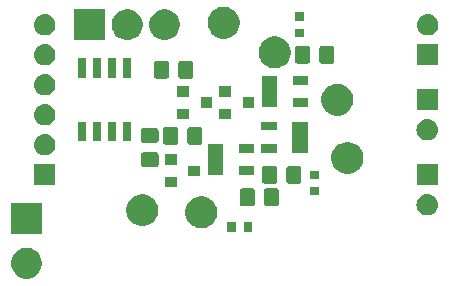
<source format=gbr>
G04 #@! TF.GenerationSoftware,KiCad,Pcbnew,(5.1.0)-1*
G04 #@! TF.CreationDate,2019-04-16T02:17:24+07:00*
G04 #@! TF.ProjectId,Bano,42616e6f-2e6b-4696-9361-645f70636258,rev?*
G04 #@! TF.SameCoordinates,Original*
G04 #@! TF.FileFunction,Soldermask,Top*
G04 #@! TF.FilePolarity,Negative*
%FSLAX46Y46*%
G04 Gerber Fmt 4.6, Leading zero omitted, Abs format (unit mm)*
G04 Created by KiCad (PCBNEW (5.1.0)-1) date 2019-04-16 02:17:24*
%MOMM*%
%LPD*%
G04 APERTURE LIST*
%ADD10C,0.100000*%
G04 APERTURE END LIST*
D10*
G36*
X63625393Y-63392304D02*
G01*
X63862101Y-63490352D01*
X63862103Y-63490353D01*
X64075135Y-63632696D01*
X64256304Y-63813865D01*
X64398647Y-64026897D01*
X64398648Y-64026899D01*
X64496696Y-64263607D01*
X64546680Y-64514893D01*
X64546680Y-64771107D01*
X64496696Y-65022393D01*
X64398648Y-65259101D01*
X64398647Y-65259103D01*
X64256304Y-65472135D01*
X64075135Y-65653304D01*
X63862103Y-65795647D01*
X63862102Y-65795648D01*
X63862101Y-65795648D01*
X63625393Y-65893696D01*
X63374107Y-65943680D01*
X63117893Y-65943680D01*
X62866607Y-65893696D01*
X62629899Y-65795648D01*
X62629898Y-65795648D01*
X62629897Y-65795647D01*
X62416865Y-65653304D01*
X62235696Y-65472135D01*
X62093353Y-65259103D01*
X62093352Y-65259101D01*
X61995304Y-65022393D01*
X61945320Y-64771107D01*
X61945320Y-64514893D01*
X61995304Y-64263607D01*
X62093352Y-64026899D01*
X62093353Y-64026897D01*
X62235696Y-63813865D01*
X62416865Y-63632696D01*
X62629897Y-63490353D01*
X62629899Y-63490352D01*
X62866607Y-63392304D01*
X63117893Y-63342320D01*
X63374107Y-63342320D01*
X63625393Y-63392304D01*
X63625393Y-63392304D01*
G37*
G36*
X64546680Y-62133680D02*
G01*
X61945320Y-62133680D01*
X61945320Y-59532320D01*
X64546680Y-59532320D01*
X64546680Y-62133680D01*
X64546680Y-62133680D01*
G37*
G36*
X80931000Y-61996000D02*
G01*
X80229000Y-61996000D01*
X80229000Y-61194000D01*
X80931000Y-61194000D01*
X80931000Y-61996000D01*
X80931000Y-61996000D01*
G37*
G36*
X82331000Y-61996000D02*
G01*
X81629000Y-61996000D01*
X81629000Y-61194000D01*
X82331000Y-61194000D01*
X82331000Y-61996000D01*
X82331000Y-61996000D01*
G37*
G36*
X78416026Y-59025918D02*
G01*
X78661893Y-59127759D01*
X78883166Y-59275610D01*
X79071344Y-59463788D01*
X79219180Y-59685038D01*
X79219196Y-59685063D01*
X79321036Y-59930928D01*
X79372954Y-60191937D01*
X79372954Y-60458063D01*
X79359352Y-60526443D01*
X79321036Y-60719072D01*
X79219195Y-60964939D01*
X79071344Y-61186212D01*
X78883166Y-61374390D01*
X78661893Y-61522241D01*
X78661892Y-61522242D01*
X78661891Y-61522242D01*
X78416026Y-61624082D01*
X78155017Y-61676000D01*
X77888891Y-61676000D01*
X77627882Y-61624082D01*
X77382017Y-61522242D01*
X77382016Y-61522242D01*
X77382015Y-61522241D01*
X77160742Y-61374390D01*
X76972564Y-61186212D01*
X76824713Y-60964939D01*
X76722872Y-60719072D01*
X76684556Y-60526443D01*
X76670954Y-60458063D01*
X76670954Y-60191937D01*
X76722872Y-59930928D01*
X76824712Y-59685063D01*
X76824729Y-59685038D01*
X76972564Y-59463788D01*
X77160742Y-59275610D01*
X77382015Y-59127759D01*
X77627882Y-59025918D01*
X77888891Y-58974000D01*
X78155017Y-58974000D01*
X78416026Y-59025918D01*
X78416026Y-59025918D01*
G37*
G36*
X73419072Y-58851421D02*
G01*
X73626213Y-58937221D01*
X73664939Y-58953262D01*
X73695975Y-58974000D01*
X73886211Y-59101112D01*
X74074391Y-59289292D01*
X74222242Y-59510566D01*
X74324082Y-59756431D01*
X74376000Y-60017440D01*
X74376000Y-60283566D01*
X74341290Y-60458063D01*
X74324082Y-60544575D01*
X74222241Y-60790442D01*
X74074390Y-61011715D01*
X73886212Y-61199893D01*
X73664939Y-61347744D01*
X73664938Y-61347745D01*
X73664937Y-61347745D01*
X73419072Y-61449585D01*
X73158063Y-61501503D01*
X72891937Y-61501503D01*
X72630928Y-61449585D01*
X72385063Y-61347745D01*
X72385062Y-61347745D01*
X72385061Y-61347744D01*
X72163788Y-61199893D01*
X71975610Y-61011715D01*
X71827759Y-60790442D01*
X71725918Y-60544575D01*
X71708710Y-60458063D01*
X71674000Y-60283566D01*
X71674000Y-60017440D01*
X71725918Y-59756431D01*
X71827758Y-59510566D01*
X71975609Y-59289292D01*
X72163789Y-59101112D01*
X72354025Y-58974000D01*
X72385061Y-58953262D01*
X72423788Y-58937221D01*
X72630928Y-58851421D01*
X72891937Y-58799503D01*
X73158063Y-58799503D01*
X73419072Y-58851421D01*
X73419072Y-58851421D01*
G37*
G36*
X97265442Y-58795518D02*
G01*
X97331627Y-58802037D01*
X97501466Y-58853557D01*
X97657991Y-58937222D01*
X97693729Y-58966552D01*
X97795186Y-59049814D01*
X97878448Y-59151271D01*
X97907778Y-59187009D01*
X97991443Y-59343534D01*
X98042963Y-59513373D01*
X98060359Y-59690000D01*
X98042963Y-59866627D01*
X97991443Y-60036466D01*
X97907778Y-60192991D01*
X97878448Y-60228729D01*
X97795186Y-60330186D01*
X97693729Y-60413448D01*
X97657991Y-60442778D01*
X97501466Y-60526443D01*
X97331627Y-60577963D01*
X97265443Y-60584481D01*
X97199260Y-60591000D01*
X97110740Y-60591000D01*
X97044557Y-60584481D01*
X96978373Y-60577963D01*
X96808534Y-60526443D01*
X96652009Y-60442778D01*
X96616271Y-60413448D01*
X96514814Y-60330186D01*
X96431552Y-60228729D01*
X96402222Y-60192991D01*
X96318557Y-60036466D01*
X96267037Y-59866627D01*
X96249641Y-59690000D01*
X96267037Y-59513373D01*
X96318557Y-59343534D01*
X96402222Y-59187009D01*
X96431552Y-59151271D01*
X96514814Y-59049814D01*
X96616271Y-58966552D01*
X96652009Y-58937222D01*
X96808534Y-58853557D01*
X96978373Y-58802037D01*
X97044558Y-58795518D01*
X97110740Y-58789000D01*
X97199260Y-58789000D01*
X97265442Y-58795518D01*
X97265442Y-58795518D01*
G37*
G36*
X82378674Y-58308465D02*
G01*
X82416367Y-58319899D01*
X82451103Y-58338466D01*
X82481548Y-58363452D01*
X82506534Y-58393897D01*
X82525101Y-58428633D01*
X82536535Y-58466326D01*
X82541000Y-58511661D01*
X82541000Y-59598339D01*
X82536535Y-59643674D01*
X82525101Y-59681367D01*
X82506534Y-59716103D01*
X82481548Y-59746548D01*
X82451103Y-59771534D01*
X82416367Y-59790101D01*
X82378674Y-59801535D01*
X82333339Y-59806000D01*
X81496661Y-59806000D01*
X81451326Y-59801535D01*
X81413633Y-59790101D01*
X81378897Y-59771534D01*
X81348452Y-59746548D01*
X81323466Y-59716103D01*
X81304899Y-59681367D01*
X81293465Y-59643674D01*
X81289000Y-59598339D01*
X81289000Y-58511661D01*
X81293465Y-58466326D01*
X81304899Y-58428633D01*
X81323466Y-58393897D01*
X81348452Y-58363452D01*
X81378897Y-58338466D01*
X81413633Y-58319899D01*
X81451326Y-58308465D01*
X81496661Y-58304000D01*
X82333339Y-58304000D01*
X82378674Y-58308465D01*
X82378674Y-58308465D01*
G37*
G36*
X84428674Y-58308465D02*
G01*
X84466367Y-58319899D01*
X84501103Y-58338466D01*
X84531548Y-58363452D01*
X84556534Y-58393897D01*
X84575101Y-58428633D01*
X84586535Y-58466326D01*
X84591000Y-58511661D01*
X84591000Y-59598339D01*
X84586535Y-59643674D01*
X84575101Y-59681367D01*
X84556534Y-59716103D01*
X84531548Y-59746548D01*
X84501103Y-59771534D01*
X84466367Y-59790101D01*
X84428674Y-59801535D01*
X84383339Y-59806000D01*
X83546661Y-59806000D01*
X83501326Y-59801535D01*
X83463633Y-59790101D01*
X83428897Y-59771534D01*
X83398452Y-59746548D01*
X83373466Y-59716103D01*
X83354899Y-59681367D01*
X83343465Y-59643674D01*
X83339000Y-59598339D01*
X83339000Y-58511661D01*
X83343465Y-58466326D01*
X83354899Y-58428633D01*
X83373466Y-58393897D01*
X83398452Y-58363452D01*
X83428897Y-58338466D01*
X83463633Y-58319899D01*
X83501326Y-58308465D01*
X83546661Y-58304000D01*
X84383339Y-58304000D01*
X84428674Y-58308465D01*
X84428674Y-58308465D01*
G37*
G36*
X88031000Y-58901000D02*
G01*
X87229000Y-58901000D01*
X87229000Y-58199000D01*
X88031000Y-58199000D01*
X88031000Y-58901000D01*
X88031000Y-58901000D01*
G37*
G36*
X75939000Y-58231000D02*
G01*
X74937000Y-58231000D01*
X74937000Y-57329000D01*
X75939000Y-57329000D01*
X75939000Y-58231000D01*
X75939000Y-58231000D01*
G37*
G36*
X98056000Y-58051000D02*
G01*
X96254000Y-58051000D01*
X96254000Y-56249000D01*
X98056000Y-56249000D01*
X98056000Y-58051000D01*
X98056000Y-58051000D01*
G37*
G36*
X65671000Y-58051000D02*
G01*
X63869000Y-58051000D01*
X63869000Y-56249000D01*
X65671000Y-56249000D01*
X65671000Y-58051000D01*
X65671000Y-58051000D01*
G37*
G36*
X86333674Y-56403465D02*
G01*
X86371367Y-56414899D01*
X86406103Y-56433466D01*
X86436548Y-56458452D01*
X86461534Y-56488897D01*
X86480101Y-56523633D01*
X86491535Y-56561326D01*
X86496000Y-56606661D01*
X86496000Y-57693339D01*
X86491535Y-57738674D01*
X86480101Y-57776367D01*
X86461534Y-57811103D01*
X86436548Y-57841548D01*
X86406103Y-57866534D01*
X86371367Y-57885101D01*
X86333674Y-57896535D01*
X86288339Y-57901000D01*
X85451661Y-57901000D01*
X85406326Y-57896535D01*
X85368633Y-57885101D01*
X85333897Y-57866534D01*
X85303452Y-57841548D01*
X85278466Y-57811103D01*
X85259899Y-57776367D01*
X85248465Y-57738674D01*
X85244000Y-57693339D01*
X85244000Y-56606661D01*
X85248465Y-56561326D01*
X85259899Y-56523633D01*
X85278466Y-56488897D01*
X85303452Y-56458452D01*
X85333897Y-56433466D01*
X85368633Y-56414899D01*
X85406326Y-56403465D01*
X85451661Y-56399000D01*
X86288339Y-56399000D01*
X86333674Y-56403465D01*
X86333674Y-56403465D01*
G37*
G36*
X84283674Y-56403465D02*
G01*
X84321367Y-56414899D01*
X84356103Y-56433466D01*
X84386548Y-56458452D01*
X84411534Y-56488897D01*
X84430101Y-56523633D01*
X84441535Y-56561326D01*
X84446000Y-56606661D01*
X84446000Y-57693339D01*
X84441535Y-57738674D01*
X84430101Y-57776367D01*
X84411534Y-57811103D01*
X84386548Y-57841548D01*
X84356103Y-57866534D01*
X84321367Y-57885101D01*
X84283674Y-57896535D01*
X84238339Y-57901000D01*
X83401661Y-57901000D01*
X83356326Y-57896535D01*
X83318633Y-57885101D01*
X83283897Y-57866534D01*
X83253452Y-57841548D01*
X83228466Y-57811103D01*
X83209899Y-57776367D01*
X83198465Y-57738674D01*
X83194000Y-57693339D01*
X83194000Y-56606661D01*
X83198465Y-56561326D01*
X83209899Y-56523633D01*
X83228466Y-56488897D01*
X83253452Y-56458452D01*
X83283897Y-56433466D01*
X83318633Y-56414899D01*
X83356326Y-56403465D01*
X83401661Y-56399000D01*
X84238339Y-56399000D01*
X84283674Y-56403465D01*
X84283674Y-56403465D01*
G37*
G36*
X88031000Y-57501000D02*
G01*
X87229000Y-57501000D01*
X87229000Y-56799000D01*
X88031000Y-56799000D01*
X88031000Y-57501000D01*
X88031000Y-57501000D01*
G37*
G36*
X77939000Y-57281000D02*
G01*
X76937000Y-57281000D01*
X76937000Y-56379000D01*
X77939000Y-56379000D01*
X77939000Y-57281000D01*
X77939000Y-57281000D01*
G37*
G36*
X79909000Y-57206000D02*
G01*
X78587000Y-57206000D01*
X78587000Y-54554000D01*
X79909000Y-54554000D01*
X79909000Y-57206000D01*
X79909000Y-57206000D01*
G37*
G36*
X82529000Y-57206000D02*
G01*
X81207000Y-57206000D01*
X81207000Y-56454000D01*
X82529000Y-56454000D01*
X82529000Y-57206000D01*
X82529000Y-57206000D01*
G37*
G36*
X90797313Y-54424957D02*
G01*
X91000461Y-54509103D01*
X91043180Y-54526798D01*
X91083890Y-54554000D01*
X91264452Y-54674648D01*
X91452632Y-54862828D01*
X91600483Y-55084102D01*
X91702323Y-55329967D01*
X91754241Y-55590976D01*
X91754241Y-55857102D01*
X91702323Y-56118111D01*
X91611250Y-56337983D01*
X91600482Y-56363978D01*
X91588863Y-56381367D01*
X91468618Y-56561326D01*
X91452631Y-56585251D01*
X91264453Y-56773429D01*
X91043180Y-56921280D01*
X91043179Y-56921281D01*
X91043178Y-56921281D01*
X90797313Y-57023121D01*
X90536304Y-57075039D01*
X90270178Y-57075039D01*
X90009169Y-57023121D01*
X89763304Y-56921281D01*
X89763303Y-56921281D01*
X89763302Y-56921280D01*
X89542029Y-56773429D01*
X89353851Y-56585251D01*
X89337865Y-56561326D01*
X89217619Y-56381367D01*
X89206000Y-56363978D01*
X89195233Y-56337983D01*
X89104159Y-56118111D01*
X89052241Y-55857102D01*
X89052241Y-55590976D01*
X89104159Y-55329967D01*
X89205999Y-55084102D01*
X89353850Y-54862828D01*
X89542030Y-54674648D01*
X89722592Y-54554000D01*
X89763302Y-54526798D01*
X89806022Y-54509103D01*
X90009169Y-54424957D01*
X90270178Y-54373039D01*
X90536304Y-54373039D01*
X90797313Y-54424957D01*
X90797313Y-54424957D01*
G37*
G36*
X74248674Y-55258465D02*
G01*
X74286367Y-55269899D01*
X74321103Y-55288466D01*
X74351548Y-55313452D01*
X74376534Y-55343897D01*
X74395101Y-55378633D01*
X74406535Y-55416326D01*
X74411000Y-55461661D01*
X74411000Y-56298339D01*
X74406535Y-56343674D01*
X74395101Y-56381367D01*
X74376534Y-56416103D01*
X74351548Y-56446548D01*
X74321103Y-56471534D01*
X74286367Y-56490101D01*
X74248674Y-56501535D01*
X74203339Y-56506000D01*
X73116661Y-56506000D01*
X73071326Y-56501535D01*
X73033633Y-56490101D01*
X72998897Y-56471534D01*
X72968452Y-56446548D01*
X72943466Y-56416103D01*
X72924899Y-56381367D01*
X72913465Y-56343674D01*
X72909000Y-56298339D01*
X72909000Y-55461661D01*
X72913465Y-55416326D01*
X72924899Y-55378633D01*
X72943466Y-55343897D01*
X72968452Y-55313452D01*
X72998897Y-55288466D01*
X73033633Y-55269899D01*
X73071326Y-55258465D01*
X73116661Y-55254000D01*
X74203339Y-55254000D01*
X74248674Y-55258465D01*
X74248674Y-55258465D01*
G37*
G36*
X75939000Y-56331000D02*
G01*
X74937000Y-56331000D01*
X74937000Y-55429000D01*
X75939000Y-55429000D01*
X75939000Y-56331000D01*
X75939000Y-56331000D01*
G37*
G36*
X64880442Y-53715518D02*
G01*
X64946627Y-53722037D01*
X65116466Y-53773557D01*
X65272991Y-53857222D01*
X65308729Y-53886552D01*
X65410186Y-53969814D01*
X65493448Y-54071271D01*
X65522778Y-54107009D01*
X65606443Y-54263534D01*
X65657963Y-54433373D01*
X65675359Y-54610000D01*
X65657963Y-54786627D01*
X65606443Y-54956466D01*
X65522778Y-55112991D01*
X65493448Y-55148729D01*
X65410186Y-55250186D01*
X65312971Y-55329967D01*
X65272991Y-55362778D01*
X65243329Y-55378633D01*
X65162164Y-55422017D01*
X65116466Y-55446443D01*
X64946627Y-55497963D01*
X64885331Y-55504000D01*
X64814260Y-55511000D01*
X64725740Y-55511000D01*
X64654669Y-55504000D01*
X64593373Y-55497963D01*
X64423534Y-55446443D01*
X64377837Y-55422017D01*
X64296671Y-55378633D01*
X64267009Y-55362778D01*
X64227029Y-55329967D01*
X64129814Y-55250186D01*
X64046552Y-55148729D01*
X64017222Y-55112991D01*
X63933557Y-54956466D01*
X63882037Y-54786627D01*
X63864641Y-54610000D01*
X63882037Y-54433373D01*
X63933557Y-54263534D01*
X64017222Y-54107009D01*
X64046552Y-54071271D01*
X64129814Y-53969814D01*
X64231271Y-53886552D01*
X64267009Y-53857222D01*
X64423534Y-53773557D01*
X64593373Y-53722037D01*
X64659558Y-53715518D01*
X64725740Y-53709000D01*
X64814260Y-53709000D01*
X64880442Y-53715518D01*
X64880442Y-53715518D01*
G37*
G36*
X82529000Y-55306000D02*
G01*
X81207000Y-55306000D01*
X81207000Y-54554000D01*
X82529000Y-54554000D01*
X82529000Y-55306000D01*
X82529000Y-55306000D01*
G37*
G36*
X87061000Y-55301000D02*
G01*
X85739000Y-55301000D01*
X85739000Y-52649000D01*
X87061000Y-52649000D01*
X87061000Y-55301000D01*
X87061000Y-55301000D01*
G37*
G36*
X84441000Y-55301000D02*
G01*
X83119000Y-55301000D01*
X83119000Y-54549000D01*
X84441000Y-54549000D01*
X84441000Y-55301000D01*
X84441000Y-55301000D01*
G37*
G36*
X77951674Y-53101465D02*
G01*
X77989367Y-53112899D01*
X78024103Y-53131466D01*
X78054548Y-53156452D01*
X78079534Y-53186897D01*
X78098101Y-53221633D01*
X78109535Y-53259326D01*
X78114000Y-53304661D01*
X78114000Y-54391339D01*
X78109535Y-54436674D01*
X78098101Y-54474367D01*
X78079534Y-54509103D01*
X78054548Y-54539548D01*
X78024103Y-54564534D01*
X77989367Y-54583101D01*
X77951674Y-54594535D01*
X77906339Y-54599000D01*
X77069661Y-54599000D01*
X77024326Y-54594535D01*
X76986633Y-54583101D01*
X76951897Y-54564534D01*
X76921452Y-54539548D01*
X76896466Y-54509103D01*
X76877899Y-54474367D01*
X76866465Y-54436674D01*
X76862000Y-54391339D01*
X76862000Y-53304661D01*
X76866465Y-53259326D01*
X76877899Y-53221633D01*
X76896466Y-53186897D01*
X76921452Y-53156452D01*
X76951897Y-53131466D01*
X76986633Y-53112899D01*
X77024326Y-53101465D01*
X77069661Y-53097000D01*
X77906339Y-53097000D01*
X77951674Y-53101465D01*
X77951674Y-53101465D01*
G37*
G36*
X75901674Y-53101465D02*
G01*
X75939367Y-53112899D01*
X75974103Y-53131466D01*
X76004548Y-53156452D01*
X76029534Y-53186897D01*
X76048101Y-53221633D01*
X76059535Y-53259326D01*
X76064000Y-53304661D01*
X76064000Y-54391339D01*
X76059535Y-54436674D01*
X76048101Y-54474367D01*
X76029534Y-54509103D01*
X76004548Y-54539548D01*
X75974103Y-54564534D01*
X75939367Y-54583101D01*
X75901674Y-54594535D01*
X75856339Y-54599000D01*
X75019661Y-54599000D01*
X74974326Y-54594535D01*
X74936633Y-54583101D01*
X74901897Y-54564534D01*
X74871452Y-54539548D01*
X74846466Y-54509103D01*
X74827899Y-54474367D01*
X74816465Y-54436674D01*
X74812000Y-54391339D01*
X74812000Y-53304661D01*
X74816465Y-53259326D01*
X74827899Y-53221633D01*
X74846466Y-53186897D01*
X74871452Y-53156452D01*
X74901897Y-53131466D01*
X74936633Y-53112899D01*
X74974326Y-53101465D01*
X75019661Y-53097000D01*
X75856339Y-53097000D01*
X75901674Y-53101465D01*
X75901674Y-53101465D01*
G37*
G36*
X74248674Y-53208465D02*
G01*
X74286367Y-53219899D01*
X74321103Y-53238466D01*
X74351548Y-53263452D01*
X74376534Y-53293897D01*
X74395101Y-53328633D01*
X74406535Y-53366326D01*
X74411000Y-53411661D01*
X74411000Y-54248339D01*
X74406535Y-54293674D01*
X74395101Y-54331367D01*
X74376534Y-54366103D01*
X74351548Y-54396548D01*
X74321103Y-54421534D01*
X74286367Y-54440101D01*
X74248674Y-54451535D01*
X74203339Y-54456000D01*
X73116661Y-54456000D01*
X73071326Y-54451535D01*
X73033633Y-54440101D01*
X72998897Y-54421534D01*
X72968452Y-54396548D01*
X72943466Y-54366103D01*
X72924899Y-54331367D01*
X72913465Y-54293674D01*
X72909000Y-54248339D01*
X72909000Y-53411661D01*
X72913465Y-53366326D01*
X72924899Y-53328633D01*
X72943466Y-53293897D01*
X72968452Y-53263452D01*
X72998897Y-53238466D01*
X73033633Y-53219899D01*
X73071326Y-53208465D01*
X73116661Y-53204000D01*
X74203339Y-53204000D01*
X74248674Y-53208465D01*
X74248674Y-53208465D01*
G37*
G36*
X69566000Y-54326000D02*
G01*
X68864000Y-54326000D01*
X68864000Y-52674000D01*
X69566000Y-52674000D01*
X69566000Y-54326000D01*
X69566000Y-54326000D01*
G37*
G36*
X72106000Y-54326000D02*
G01*
X71404000Y-54326000D01*
X71404000Y-52674000D01*
X72106000Y-52674000D01*
X72106000Y-54326000D01*
X72106000Y-54326000D01*
G37*
G36*
X70836000Y-54326000D02*
G01*
X70134000Y-54326000D01*
X70134000Y-52674000D01*
X70836000Y-52674000D01*
X70836000Y-54326000D01*
X70836000Y-54326000D01*
G37*
G36*
X68296000Y-54326000D02*
G01*
X67594000Y-54326000D01*
X67594000Y-52674000D01*
X68296000Y-52674000D01*
X68296000Y-54326000D01*
X68296000Y-54326000D01*
G37*
G36*
X97265443Y-52445519D02*
G01*
X97331627Y-52452037D01*
X97501466Y-52503557D01*
X97657991Y-52587222D01*
X97693729Y-52616552D01*
X97795186Y-52699814D01*
X97878448Y-52801271D01*
X97907778Y-52837009D01*
X97991443Y-52993534D01*
X98042963Y-53163373D01*
X98060359Y-53340000D01*
X98042963Y-53516627D01*
X97991443Y-53686466D01*
X97907778Y-53842991D01*
X97878448Y-53878729D01*
X97795186Y-53980186D01*
X97693729Y-54063448D01*
X97657991Y-54092778D01*
X97501466Y-54176443D01*
X97331627Y-54227963D01*
X97265442Y-54234482D01*
X97199260Y-54241000D01*
X97110740Y-54241000D01*
X97044558Y-54234482D01*
X96978373Y-54227963D01*
X96808534Y-54176443D01*
X96652009Y-54092778D01*
X96616271Y-54063448D01*
X96514814Y-53980186D01*
X96431552Y-53878729D01*
X96402222Y-53842991D01*
X96318557Y-53686466D01*
X96267037Y-53516627D01*
X96249641Y-53340000D01*
X96267037Y-53163373D01*
X96318557Y-52993534D01*
X96402222Y-52837009D01*
X96431552Y-52801271D01*
X96514814Y-52699814D01*
X96616271Y-52616552D01*
X96652009Y-52587222D01*
X96808534Y-52503557D01*
X96978373Y-52452037D01*
X97044558Y-52445518D01*
X97110740Y-52439000D01*
X97199260Y-52439000D01*
X97265443Y-52445519D01*
X97265443Y-52445519D01*
G37*
G36*
X84441000Y-53401000D02*
G01*
X83119000Y-53401000D01*
X83119000Y-52649000D01*
X84441000Y-52649000D01*
X84441000Y-53401000D01*
X84441000Y-53401000D01*
G37*
G36*
X64880443Y-51175519D02*
G01*
X64946627Y-51182037D01*
X65116466Y-51233557D01*
X65272991Y-51317222D01*
X65308729Y-51346552D01*
X65410186Y-51429814D01*
X65493448Y-51531271D01*
X65522778Y-51567009D01*
X65606443Y-51723534D01*
X65657963Y-51893373D01*
X65675359Y-52070000D01*
X65657963Y-52246627D01*
X65606443Y-52416466D01*
X65522778Y-52572991D01*
X65493448Y-52608729D01*
X65410186Y-52710186D01*
X65308729Y-52793448D01*
X65272991Y-52822778D01*
X65116466Y-52906443D01*
X64946627Y-52957963D01*
X64880442Y-52964482D01*
X64814260Y-52971000D01*
X64725740Y-52971000D01*
X64659558Y-52964482D01*
X64593373Y-52957963D01*
X64423534Y-52906443D01*
X64267009Y-52822778D01*
X64231271Y-52793448D01*
X64129814Y-52710186D01*
X64046552Y-52608729D01*
X64017222Y-52572991D01*
X63933557Y-52416466D01*
X63882037Y-52246627D01*
X63864641Y-52070000D01*
X63882037Y-51893373D01*
X63933557Y-51723534D01*
X64017222Y-51567009D01*
X64046552Y-51531271D01*
X64129814Y-51429814D01*
X64231271Y-51346552D01*
X64267009Y-51317222D01*
X64423534Y-51233557D01*
X64593373Y-51182037D01*
X64659557Y-51175519D01*
X64725740Y-51169000D01*
X64814260Y-51169000D01*
X64880443Y-51175519D01*
X64880443Y-51175519D01*
G37*
G36*
X80527000Y-52455000D02*
G01*
X79525000Y-52455000D01*
X79525000Y-51553000D01*
X80527000Y-51553000D01*
X80527000Y-52455000D01*
X80527000Y-52455000D01*
G37*
G36*
X76971000Y-52455000D02*
G01*
X75969000Y-52455000D01*
X75969000Y-51553000D01*
X76971000Y-51553000D01*
X76971000Y-52455000D01*
X76971000Y-52455000D01*
G37*
G36*
X89929072Y-49500918D02*
G01*
X89999283Y-49530000D01*
X90174939Y-49602759D01*
X90250129Y-49653000D01*
X90396211Y-49750609D01*
X90584391Y-49938789D01*
X90732242Y-50160063D01*
X90834082Y-50405928D01*
X90886000Y-50666937D01*
X90886000Y-50933063D01*
X90834082Y-51194072D01*
X90736435Y-51429815D01*
X90732241Y-51439939D01*
X90584390Y-51661212D01*
X90396212Y-51849390D01*
X90174939Y-51997241D01*
X90174938Y-51997242D01*
X90174937Y-51997242D01*
X89929072Y-52099082D01*
X89668063Y-52151000D01*
X89401937Y-52151000D01*
X89140928Y-52099082D01*
X88895063Y-51997242D01*
X88895062Y-51997242D01*
X88895061Y-51997241D01*
X88673788Y-51849390D01*
X88485610Y-51661212D01*
X88337759Y-51439939D01*
X88333566Y-51429815D01*
X88235918Y-51194072D01*
X88184000Y-50933063D01*
X88184000Y-50666937D01*
X88235918Y-50405928D01*
X88337758Y-50160063D01*
X88485609Y-49938789D01*
X88673789Y-49750609D01*
X88819871Y-49653000D01*
X88895061Y-49602759D01*
X89070718Y-49530000D01*
X89140928Y-49500918D01*
X89401937Y-49449000D01*
X89668063Y-49449000D01*
X89929072Y-49500918D01*
X89929072Y-49500918D01*
G37*
G36*
X98056000Y-51701000D02*
G01*
X96254000Y-51701000D01*
X96254000Y-49899000D01*
X98056000Y-49899000D01*
X98056000Y-51701000D01*
X98056000Y-51701000D01*
G37*
G36*
X78971000Y-51505000D02*
G01*
X77969000Y-51505000D01*
X77969000Y-50603000D01*
X78971000Y-50603000D01*
X78971000Y-51505000D01*
X78971000Y-51505000D01*
G37*
G36*
X82527000Y-51505000D02*
G01*
X81525000Y-51505000D01*
X81525000Y-50603000D01*
X82527000Y-50603000D01*
X82527000Y-51505000D01*
X82527000Y-51505000D01*
G37*
G36*
X84481000Y-51430000D02*
G01*
X83159000Y-51430000D01*
X83159000Y-48778000D01*
X84481000Y-48778000D01*
X84481000Y-51430000D01*
X84481000Y-51430000D01*
G37*
G36*
X87101000Y-51430000D02*
G01*
X85779000Y-51430000D01*
X85779000Y-50678000D01*
X87101000Y-50678000D01*
X87101000Y-51430000D01*
X87101000Y-51430000D01*
G37*
G36*
X80527000Y-50555000D02*
G01*
X79525000Y-50555000D01*
X79525000Y-49653000D01*
X80527000Y-49653000D01*
X80527000Y-50555000D01*
X80527000Y-50555000D01*
G37*
G36*
X76971000Y-50555000D02*
G01*
X75969000Y-50555000D01*
X75969000Y-49653000D01*
X76971000Y-49653000D01*
X76971000Y-50555000D01*
X76971000Y-50555000D01*
G37*
G36*
X64880443Y-48635519D02*
G01*
X64946627Y-48642037D01*
X65116466Y-48693557D01*
X65272991Y-48777222D01*
X65304814Y-48803339D01*
X65410186Y-48889814D01*
X65471996Y-48965131D01*
X65522778Y-49027009D01*
X65606443Y-49183534D01*
X65657963Y-49353373D01*
X65675359Y-49530000D01*
X65657963Y-49706627D01*
X65606443Y-49876466D01*
X65522778Y-50032991D01*
X65493448Y-50068729D01*
X65410186Y-50170186D01*
X65308729Y-50253448D01*
X65272991Y-50282778D01*
X65116466Y-50366443D01*
X64946627Y-50417963D01*
X64880443Y-50424481D01*
X64814260Y-50431000D01*
X64725740Y-50431000D01*
X64659558Y-50424482D01*
X64593373Y-50417963D01*
X64423534Y-50366443D01*
X64267009Y-50282778D01*
X64231271Y-50253448D01*
X64129814Y-50170186D01*
X64046552Y-50068729D01*
X64017222Y-50032991D01*
X63933557Y-49876466D01*
X63882037Y-49706627D01*
X63864641Y-49530000D01*
X63882037Y-49353373D01*
X63933557Y-49183534D01*
X64017222Y-49027009D01*
X64068004Y-48965131D01*
X64129814Y-48889814D01*
X64235186Y-48803339D01*
X64267009Y-48777222D01*
X64423534Y-48693557D01*
X64593373Y-48642037D01*
X64659557Y-48635519D01*
X64725740Y-48629000D01*
X64814260Y-48629000D01*
X64880443Y-48635519D01*
X64880443Y-48635519D01*
G37*
G36*
X87101000Y-49530000D02*
G01*
X85779000Y-49530000D01*
X85779000Y-48778000D01*
X87101000Y-48778000D01*
X87101000Y-49530000D01*
X87101000Y-49530000D01*
G37*
G36*
X75130674Y-47513465D02*
G01*
X75168367Y-47524899D01*
X75203103Y-47543466D01*
X75233548Y-47568452D01*
X75258534Y-47598897D01*
X75277101Y-47633633D01*
X75288535Y-47671326D01*
X75293000Y-47716661D01*
X75293000Y-48803339D01*
X75288535Y-48848674D01*
X75277101Y-48886367D01*
X75258534Y-48921103D01*
X75233548Y-48951548D01*
X75203103Y-48976534D01*
X75168367Y-48995101D01*
X75130674Y-49006535D01*
X75085339Y-49011000D01*
X74248661Y-49011000D01*
X74203326Y-49006535D01*
X74165633Y-48995101D01*
X74130897Y-48976534D01*
X74100452Y-48951548D01*
X74075466Y-48921103D01*
X74056899Y-48886367D01*
X74045465Y-48848674D01*
X74041000Y-48803339D01*
X74041000Y-47716661D01*
X74045465Y-47671326D01*
X74056899Y-47633633D01*
X74075466Y-47598897D01*
X74100452Y-47568452D01*
X74130897Y-47543466D01*
X74165633Y-47524899D01*
X74203326Y-47513465D01*
X74248661Y-47509000D01*
X75085339Y-47509000D01*
X75130674Y-47513465D01*
X75130674Y-47513465D01*
G37*
G36*
X77180674Y-47513465D02*
G01*
X77218367Y-47524899D01*
X77253103Y-47543466D01*
X77283548Y-47568452D01*
X77308534Y-47598897D01*
X77327101Y-47633633D01*
X77338535Y-47671326D01*
X77343000Y-47716661D01*
X77343000Y-48803339D01*
X77338535Y-48848674D01*
X77327101Y-48886367D01*
X77308534Y-48921103D01*
X77283548Y-48951548D01*
X77253103Y-48976534D01*
X77218367Y-48995101D01*
X77180674Y-49006535D01*
X77135339Y-49011000D01*
X76298661Y-49011000D01*
X76253326Y-49006535D01*
X76215633Y-48995101D01*
X76180897Y-48976534D01*
X76150452Y-48951548D01*
X76125466Y-48921103D01*
X76106899Y-48886367D01*
X76095465Y-48848674D01*
X76091000Y-48803339D01*
X76091000Y-47716661D01*
X76095465Y-47671326D01*
X76106899Y-47633633D01*
X76125466Y-47598897D01*
X76150452Y-47568452D01*
X76180897Y-47543466D01*
X76215633Y-47524899D01*
X76253326Y-47513465D01*
X76298661Y-47509000D01*
X77135339Y-47509000D01*
X77180674Y-47513465D01*
X77180674Y-47513465D01*
G37*
G36*
X68296000Y-48926000D02*
G01*
X67594000Y-48926000D01*
X67594000Y-47274000D01*
X68296000Y-47274000D01*
X68296000Y-48926000D01*
X68296000Y-48926000D01*
G37*
G36*
X72106000Y-48926000D02*
G01*
X71404000Y-48926000D01*
X71404000Y-47274000D01*
X72106000Y-47274000D01*
X72106000Y-48926000D01*
X72106000Y-48926000D01*
G37*
G36*
X70836000Y-48926000D02*
G01*
X70134000Y-48926000D01*
X70134000Y-47274000D01*
X70836000Y-47274000D01*
X70836000Y-48926000D01*
X70836000Y-48926000D01*
G37*
G36*
X69566000Y-48926000D02*
G01*
X68864000Y-48926000D01*
X68864000Y-47274000D01*
X69566000Y-47274000D01*
X69566000Y-48926000D01*
X69566000Y-48926000D01*
G37*
G36*
X84649072Y-45490918D02*
G01*
X84894939Y-45592759D01*
X84967136Y-45641000D01*
X85116211Y-45740609D01*
X85304391Y-45928789D01*
X85452242Y-46150063D01*
X85554082Y-46395928D01*
X85603334Y-46643532D01*
X85606000Y-46656938D01*
X85606000Y-46923062D01*
X85554082Y-47184072D01*
X85452241Y-47429939D01*
X85410112Y-47492989D01*
X85346148Y-47588718D01*
X85304390Y-47651212D01*
X85116212Y-47839390D01*
X84894939Y-47987241D01*
X84894938Y-47987242D01*
X84894937Y-47987242D01*
X84649072Y-48089082D01*
X84388063Y-48141000D01*
X84121937Y-48141000D01*
X83860928Y-48089082D01*
X83615063Y-47987242D01*
X83615062Y-47987242D01*
X83615061Y-47987241D01*
X83393788Y-47839390D01*
X83205610Y-47651212D01*
X83163853Y-47588718D01*
X83099888Y-47492989D01*
X83057759Y-47429939D01*
X82955918Y-47184072D01*
X82904000Y-46923062D01*
X82904000Y-46656938D01*
X82906667Y-46643532D01*
X82955918Y-46395928D01*
X83057758Y-46150063D01*
X83205609Y-45928789D01*
X83393789Y-45740609D01*
X83542864Y-45641000D01*
X83615061Y-45592759D01*
X83860928Y-45490918D01*
X84121937Y-45439000D01*
X84388063Y-45439000D01*
X84649072Y-45490918D01*
X84649072Y-45490918D01*
G37*
G36*
X64880442Y-46095518D02*
G01*
X64946627Y-46102037D01*
X65116466Y-46153557D01*
X65272991Y-46237222D01*
X65281530Y-46244230D01*
X65410186Y-46349814D01*
X65489665Y-46446661D01*
X65522778Y-46487009D01*
X65606443Y-46643534D01*
X65657963Y-46813373D01*
X65675359Y-46990000D01*
X65657963Y-47166627D01*
X65606443Y-47336466D01*
X65522778Y-47492991D01*
X65505975Y-47513465D01*
X65410186Y-47630186D01*
X65331049Y-47695131D01*
X65272991Y-47742778D01*
X65116466Y-47826443D01*
X64946627Y-47877963D01*
X64880443Y-47884481D01*
X64814260Y-47891000D01*
X64725740Y-47891000D01*
X64659557Y-47884481D01*
X64593373Y-47877963D01*
X64423534Y-47826443D01*
X64267009Y-47742778D01*
X64208951Y-47695131D01*
X64129814Y-47630186D01*
X64034025Y-47513465D01*
X64017222Y-47492991D01*
X63933557Y-47336466D01*
X63882037Y-47166627D01*
X63864641Y-46990000D01*
X63882037Y-46813373D01*
X63933557Y-46643534D01*
X64017222Y-46487009D01*
X64050335Y-46446661D01*
X64129814Y-46349814D01*
X64258470Y-46244230D01*
X64267009Y-46237222D01*
X64423534Y-46153557D01*
X64593373Y-46102037D01*
X64659558Y-46095518D01*
X64725740Y-46089000D01*
X64814260Y-46089000D01*
X64880442Y-46095518D01*
X64880442Y-46095518D01*
G37*
G36*
X98106000Y-47891000D02*
G01*
X96304000Y-47891000D01*
X96304000Y-46089000D01*
X98106000Y-46089000D01*
X98106000Y-47891000D01*
X98106000Y-47891000D01*
G37*
G36*
X87068674Y-46243465D02*
G01*
X87106367Y-46254899D01*
X87141103Y-46273466D01*
X87171548Y-46298452D01*
X87196534Y-46328897D01*
X87215101Y-46363633D01*
X87226535Y-46401326D01*
X87231000Y-46446661D01*
X87231000Y-47533339D01*
X87226535Y-47578674D01*
X87215101Y-47616367D01*
X87196534Y-47651103D01*
X87171548Y-47681548D01*
X87141103Y-47706534D01*
X87106367Y-47725101D01*
X87068674Y-47736535D01*
X87023339Y-47741000D01*
X86186661Y-47741000D01*
X86141326Y-47736535D01*
X86103633Y-47725101D01*
X86068897Y-47706534D01*
X86038452Y-47681548D01*
X86013466Y-47651103D01*
X85994899Y-47616367D01*
X85983465Y-47578674D01*
X85979000Y-47533339D01*
X85979000Y-46446661D01*
X85983465Y-46401326D01*
X85994899Y-46363633D01*
X86013466Y-46328897D01*
X86038452Y-46298452D01*
X86068897Y-46273466D01*
X86103633Y-46254899D01*
X86141326Y-46243465D01*
X86186661Y-46239000D01*
X87023339Y-46239000D01*
X87068674Y-46243465D01*
X87068674Y-46243465D01*
G37*
G36*
X89118674Y-46243465D02*
G01*
X89156367Y-46254899D01*
X89191103Y-46273466D01*
X89221548Y-46298452D01*
X89246534Y-46328897D01*
X89265101Y-46363633D01*
X89276535Y-46401326D01*
X89281000Y-46446661D01*
X89281000Y-47533339D01*
X89276535Y-47578674D01*
X89265101Y-47616367D01*
X89246534Y-47651103D01*
X89221548Y-47681548D01*
X89191103Y-47706534D01*
X89156367Y-47725101D01*
X89118674Y-47736535D01*
X89073339Y-47741000D01*
X88236661Y-47741000D01*
X88191326Y-47736535D01*
X88153633Y-47725101D01*
X88118897Y-47706534D01*
X88088452Y-47681548D01*
X88063466Y-47651103D01*
X88044899Y-47616367D01*
X88033465Y-47578674D01*
X88029000Y-47533339D01*
X88029000Y-46446661D01*
X88033465Y-46401326D01*
X88044899Y-46363633D01*
X88063466Y-46328897D01*
X88088452Y-46298452D01*
X88118897Y-46273466D01*
X88153633Y-46254899D01*
X88191326Y-46243465D01*
X88236661Y-46239000D01*
X89073339Y-46239000D01*
X89118674Y-46243465D01*
X89118674Y-46243465D01*
G37*
G36*
X69880680Y-45750680D02*
G01*
X67279320Y-45750680D01*
X67279320Y-43149320D01*
X69880680Y-43149320D01*
X69880680Y-45750680D01*
X69880680Y-45750680D01*
G37*
G36*
X72134393Y-43199304D02*
G01*
X72371101Y-43297352D01*
X72371103Y-43297353D01*
X72584135Y-43439696D01*
X72765304Y-43620865D01*
X72891555Y-43809814D01*
X72907648Y-43833899D01*
X73005696Y-44070607D01*
X73055680Y-44321893D01*
X73055680Y-44578107D01*
X73005696Y-44829393D01*
X72907648Y-45066101D01*
X72907647Y-45066103D01*
X72765304Y-45279135D01*
X72584135Y-45460304D01*
X72371103Y-45602647D01*
X72371102Y-45602648D01*
X72371101Y-45602648D01*
X72134393Y-45700696D01*
X71883107Y-45750680D01*
X71626893Y-45750680D01*
X71375607Y-45700696D01*
X71138899Y-45602648D01*
X71138898Y-45602648D01*
X71138897Y-45602647D01*
X70925865Y-45460304D01*
X70744696Y-45279135D01*
X70602353Y-45066103D01*
X70602352Y-45066101D01*
X70504304Y-44829393D01*
X70454320Y-44578107D01*
X70454320Y-44321893D01*
X70504304Y-44070607D01*
X70602352Y-43833899D01*
X70618445Y-43809814D01*
X70744696Y-43620865D01*
X70925865Y-43439696D01*
X71138897Y-43297353D01*
X71138899Y-43297352D01*
X71375607Y-43199304D01*
X71626893Y-43149320D01*
X71883107Y-43149320D01*
X72134393Y-43199304D01*
X72134393Y-43199304D01*
G37*
G36*
X75309393Y-43199304D02*
G01*
X75546101Y-43297352D01*
X75546103Y-43297353D01*
X75759135Y-43439696D01*
X75940304Y-43620865D01*
X76066555Y-43809814D01*
X76082648Y-43833899D01*
X76180696Y-44070607D01*
X76230680Y-44321893D01*
X76230680Y-44578107D01*
X76180696Y-44829393D01*
X76082648Y-45066101D01*
X76082647Y-45066103D01*
X75940304Y-45279135D01*
X75759135Y-45460304D01*
X75546103Y-45602647D01*
X75546102Y-45602648D01*
X75546101Y-45602648D01*
X75309393Y-45700696D01*
X75058107Y-45750680D01*
X74801893Y-45750680D01*
X74550607Y-45700696D01*
X74313899Y-45602648D01*
X74313898Y-45602648D01*
X74313897Y-45602647D01*
X74100865Y-45460304D01*
X73919696Y-45279135D01*
X73777353Y-45066103D01*
X73777352Y-45066101D01*
X73679304Y-44829393D01*
X73629320Y-44578107D01*
X73629320Y-44321893D01*
X73679304Y-44070607D01*
X73777352Y-43833899D01*
X73793445Y-43809814D01*
X73919696Y-43620865D01*
X74100865Y-43439696D01*
X74313897Y-43297353D01*
X74313899Y-43297352D01*
X74550607Y-43199304D01*
X74801893Y-43149320D01*
X75058107Y-43149320D01*
X75309393Y-43199304D01*
X75309393Y-43199304D01*
G37*
G36*
X80318945Y-42990918D02*
G01*
X80564812Y-43092759D01*
X80786085Y-43240610D01*
X80974263Y-43428788D01*
X81102606Y-43620865D01*
X81122115Y-43650063D01*
X81223955Y-43895928D01*
X81275873Y-44156937D01*
X81275873Y-44423063D01*
X81223955Y-44684072D01*
X81122115Y-44929937D01*
X81031132Y-45066103D01*
X80974263Y-45151212D01*
X80786085Y-45339390D01*
X80564812Y-45487241D01*
X80564811Y-45487242D01*
X80564810Y-45487242D01*
X80318945Y-45589082D01*
X80057936Y-45641000D01*
X79791810Y-45641000D01*
X79530801Y-45589082D01*
X79284936Y-45487242D01*
X79284935Y-45487242D01*
X79284934Y-45487241D01*
X79063661Y-45339390D01*
X78875483Y-45151212D01*
X78818615Y-45066103D01*
X78727631Y-44929937D01*
X78625791Y-44684072D01*
X78573873Y-44423063D01*
X78573873Y-44156937D01*
X78625791Y-43895928D01*
X78727631Y-43650063D01*
X78747141Y-43620865D01*
X78875483Y-43428788D01*
X79063661Y-43240610D01*
X79284934Y-43092759D01*
X79530801Y-42990918D01*
X79791810Y-42939000D01*
X80057936Y-42939000D01*
X80318945Y-42990918D01*
X80318945Y-42990918D01*
G37*
G36*
X86761000Y-45501000D02*
G01*
X85959000Y-45501000D01*
X85959000Y-44799000D01*
X86761000Y-44799000D01*
X86761000Y-45501000D01*
X86761000Y-45501000D01*
G37*
G36*
X97315443Y-43555519D02*
G01*
X97381627Y-43562037D01*
X97551466Y-43613557D01*
X97707991Y-43697222D01*
X97743729Y-43726552D01*
X97845186Y-43809814D01*
X97915857Y-43895928D01*
X97957778Y-43947009D01*
X97957779Y-43947011D01*
X98023843Y-44070606D01*
X98041443Y-44103534D01*
X98092963Y-44273373D01*
X98110359Y-44450000D01*
X98092963Y-44626627D01*
X98075537Y-44684072D01*
X98041442Y-44796468D01*
X97999611Y-44874728D01*
X97957778Y-44952991D01*
X97928448Y-44988729D01*
X97845186Y-45090186D01*
X97743729Y-45173448D01*
X97707991Y-45202778D01*
X97551466Y-45286443D01*
X97381627Y-45337963D01*
X97315442Y-45344482D01*
X97249260Y-45351000D01*
X97160740Y-45351000D01*
X97094558Y-45344482D01*
X97028373Y-45337963D01*
X96858534Y-45286443D01*
X96702009Y-45202778D01*
X96666271Y-45173448D01*
X96564814Y-45090186D01*
X96481552Y-44988729D01*
X96452222Y-44952991D01*
X96410389Y-44874728D01*
X96368558Y-44796468D01*
X96334463Y-44684072D01*
X96317037Y-44626627D01*
X96299641Y-44450000D01*
X96317037Y-44273373D01*
X96368557Y-44103534D01*
X96386158Y-44070606D01*
X96452221Y-43947011D01*
X96452222Y-43947009D01*
X96494143Y-43895928D01*
X96564814Y-43809814D01*
X96666271Y-43726552D01*
X96702009Y-43697222D01*
X96858534Y-43613557D01*
X97028373Y-43562037D01*
X97094558Y-43555518D01*
X97160740Y-43549000D01*
X97249260Y-43549000D01*
X97315443Y-43555519D01*
X97315443Y-43555519D01*
G37*
G36*
X64880443Y-43555519D02*
G01*
X64946627Y-43562037D01*
X65116466Y-43613557D01*
X65272991Y-43697222D01*
X65308729Y-43726552D01*
X65410186Y-43809814D01*
X65480857Y-43895928D01*
X65522778Y-43947009D01*
X65522779Y-43947011D01*
X65588843Y-44070606D01*
X65606443Y-44103534D01*
X65657963Y-44273373D01*
X65675359Y-44450000D01*
X65657963Y-44626627D01*
X65640537Y-44684072D01*
X65606442Y-44796468D01*
X65564611Y-44874728D01*
X65522778Y-44952991D01*
X65493448Y-44988729D01*
X65410186Y-45090186D01*
X65308729Y-45173448D01*
X65272991Y-45202778D01*
X65116466Y-45286443D01*
X64946627Y-45337963D01*
X64880442Y-45344482D01*
X64814260Y-45351000D01*
X64725740Y-45351000D01*
X64659558Y-45344482D01*
X64593373Y-45337963D01*
X64423534Y-45286443D01*
X64267009Y-45202778D01*
X64231271Y-45173448D01*
X64129814Y-45090186D01*
X64046552Y-44988729D01*
X64017222Y-44952991D01*
X63975389Y-44874728D01*
X63933558Y-44796468D01*
X63899463Y-44684072D01*
X63882037Y-44626627D01*
X63864641Y-44450000D01*
X63882037Y-44273373D01*
X63933557Y-44103534D01*
X63951158Y-44070606D01*
X64017221Y-43947011D01*
X64017222Y-43947009D01*
X64059143Y-43895928D01*
X64129814Y-43809814D01*
X64231271Y-43726552D01*
X64267009Y-43697222D01*
X64423534Y-43613557D01*
X64593373Y-43562037D01*
X64659557Y-43555519D01*
X64725740Y-43549000D01*
X64814260Y-43549000D01*
X64880443Y-43555519D01*
X64880443Y-43555519D01*
G37*
G36*
X86761000Y-44101000D02*
G01*
X85959000Y-44101000D01*
X85959000Y-43399000D01*
X86761000Y-43399000D01*
X86761000Y-44101000D01*
X86761000Y-44101000D01*
G37*
M02*

</source>
